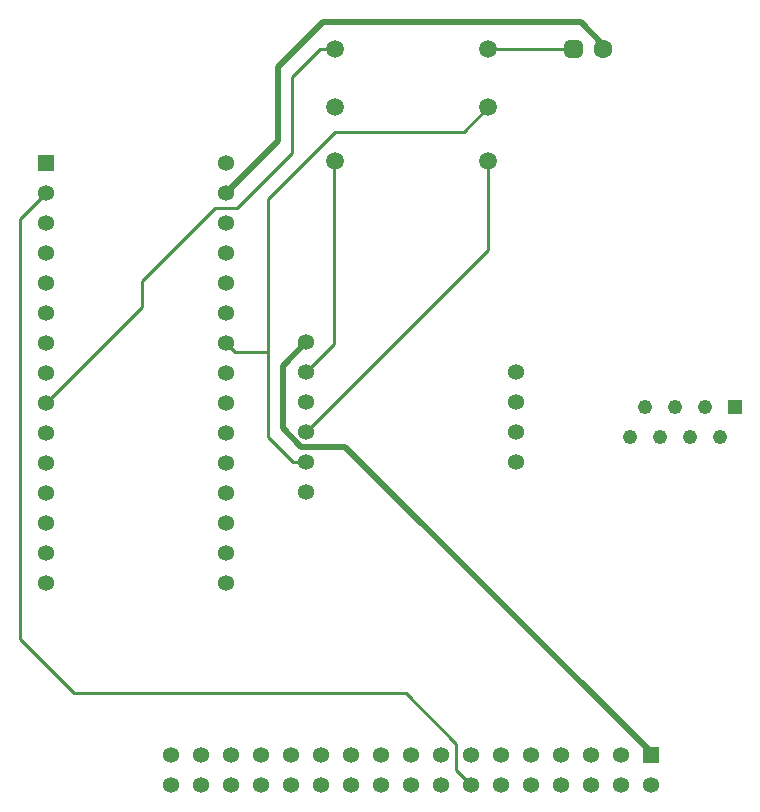
<source format=gbr>
G04 Generated by Ultiboard 14.1 *
%FSLAX24Y24*%
%MOIN*%

%ADD10C,0.0001*%
%ADD11C,0.0100*%
%ADD12C,0.0200*%
%ADD13R,0.0534X0.0534*%
%ADD14C,0.0534*%
%ADD15R,0.0208X0.0208*%
%ADD16C,0.0392*%
%ADD17C,0.0633*%
%ADD18C,0.0490*%
%ADD19R,0.0490X0.0490*%
%ADD20C,0.0591*%


G04 ColorRGB 0000FF for the following layer *
%LNCopper Bottom*%
%LPD*%
G54D10*
G54D11*
X16709Y25900D02*
X19544Y25900D01*
X11100Y25900D02*
X10180Y24980D01*
X11591Y25900D02*
X11100Y25900D01*
X10180Y22439D02*
X8341Y20600D01*
X10180Y24980D02*
X10180Y22439D01*
X8341Y20600D02*
X7600Y20600D01*
X16710Y22169D02*
X16710Y19190D01*
X10650Y13130D01*
X11580Y22170D02*
X11580Y16060D01*
X10650Y15130D01*
X11591Y22170D02*
X11580Y22170D01*
X8270Y15800D02*
X7970Y16100D01*
X1970Y14110D02*
X1970Y14100D01*
X5170Y18170D02*
X5170Y17310D01*
X1970Y14110D01*
X7600Y20600D02*
X5170Y18170D01*
X1090Y20220D02*
X1970Y21100D01*
X1090Y6250D02*
X1090Y20220D01*
X13970Y4430D02*
X2910Y4430D01*
X1090Y6250D01*
X15650Y2750D02*
X13970Y4430D01*
X16150Y1380D02*
X15650Y1880D01*
X15650Y2750D01*
X16700Y23960D02*
X15890Y23150D01*
X16700Y23960D02*
X16709Y23960D01*
X15890Y23150D02*
X11600Y23150D01*
X9360Y20910D02*
X9360Y14720D01*
X11600Y23150D02*
X9360Y20910D01*
X9360Y15771D02*
X9331Y15800D01*
X8270Y15800D01*
X9360Y12960D02*
X9360Y15771D01*
X10190Y12130D02*
X10650Y12130D01*
X10190Y12130D02*
X9360Y12960D01*
G54D12*
X9700Y22839D02*
X7970Y21109D01*
X7970Y21100D01*
X9700Y25300D02*
X9700Y22839D01*
X11190Y26790D02*
X9700Y25300D01*
X19810Y26790D02*
X11190Y26790D01*
X20550Y26050D02*
X19810Y26790D01*
X20550Y25894D02*
X20550Y26050D01*
X22201Y2390D02*
X11951Y12640D01*
X22201Y2390D02*
X22231Y2390D01*
X11651Y12640D02*
X11650Y12641D01*
X11660Y12640D02*
X10473Y12640D01*
X11951Y12640D02*
X11651Y12640D01*
X10650Y16120D02*
X10650Y16130D01*
X9860Y13253D02*
X9860Y15330D01*
X10650Y16120D01*
X10473Y12640D02*
X9860Y13253D01*
G54D13*
X22150Y2380D03*
X1970Y22100D03*
G54D14*
X21150Y2380D03*
X20150Y2380D03*
X19150Y2380D03*
X18150Y2380D03*
X17150Y2380D03*
X16150Y2380D03*
X15150Y2380D03*
X14150Y2380D03*
X13150Y2380D03*
X12150Y2380D03*
X11150Y2380D03*
X10150Y2380D03*
X9150Y2380D03*
X8150Y2380D03*
X7150Y2380D03*
X6150Y2380D03*
X22150Y1380D03*
X21150Y1380D03*
X20150Y1380D03*
X19150Y1380D03*
X18150Y1380D03*
X17150Y1380D03*
X16150Y1380D03*
X15150Y1380D03*
X14150Y1380D03*
X13150Y1380D03*
X12150Y1380D03*
X11150Y1380D03*
X10150Y1380D03*
X9150Y1380D03*
X8150Y1380D03*
X7150Y1380D03*
X6150Y1380D03*
X10650Y16130D03*
X10650Y15130D03*
X17650Y15130D03*
X10650Y14130D03*
X17650Y14130D03*
X10650Y13130D03*
X17650Y13130D03*
X10650Y12130D03*
X17650Y12130D03*
X10650Y11130D03*
X1970Y14100D03*
X7970Y19100D03*
X1970Y21100D03*
X7970Y21100D03*
X1970Y19100D03*
X7970Y16100D03*
X7970Y15100D03*
X7970Y22100D03*
X1970Y20100D03*
X7970Y20100D03*
X1970Y18100D03*
X7970Y18100D03*
X1970Y17100D03*
X7970Y17100D03*
X1970Y16100D03*
X1970Y15100D03*
X7970Y14100D03*
X1970Y13100D03*
X7970Y13100D03*
X1970Y12100D03*
X7970Y12100D03*
X1970Y11100D03*
X7970Y11100D03*
X1970Y10100D03*
X7970Y10100D03*
X1970Y9100D03*
X7970Y9100D03*
X1970Y8100D03*
X7970Y8100D03*
G54D15*
X19550Y25894D03*
G54D16*
X19446Y25790D02*
X19654Y25790D01*
X19654Y25998D01*
X19446Y25998D01*
X19446Y25790D01*D02*
G54D17*
X20550Y25894D03*
G54D18*
X21440Y12960D03*
X22440Y12960D03*
X23440Y12960D03*
X24440Y12960D03*
X21940Y13960D03*
X22940Y13960D03*
X23940Y13960D03*
G54D19*
X24940Y13960D03*
G54D20*
X16709Y22170D03*
X11591Y22170D03*
X16709Y23960D03*
X11591Y23960D03*
X11591Y25900D03*
X16709Y25900D03*

M02*

</source>
